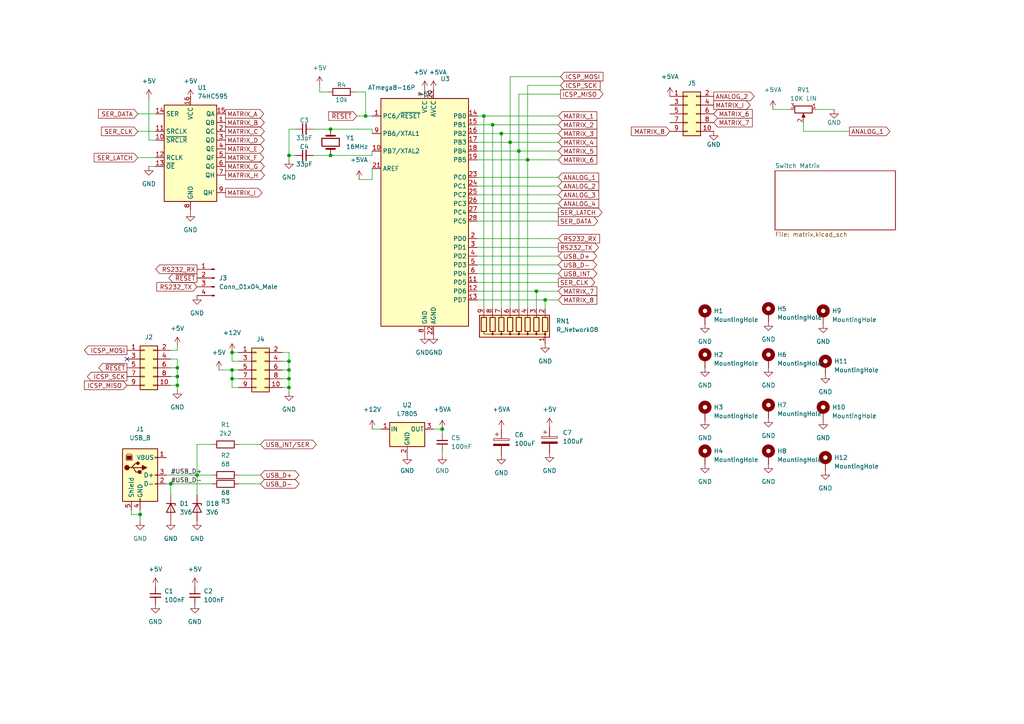
<source format=kicad_sch>
(kicad_sch (version 20211123) (generator eeschema)
  (paper "A4")
  (lib_symbols
    (symbol "74xx:74HC595"
      (property "Reference" "U" (at -7.62 13.97 0))
      (property "Value" "74HC595" (at -7.62 -16.51 0))
      (symbol "74HC595_1_0"
        (pin tri_state line (at 10.16 7.62 180) (length 2.54) (name "QB") (number "1"))
        (pin input line (at -10.16 2.54 0) (length 2.54) (name "~{SRCLR}") (number "10"))
        (pin input line (at -10.16 5.08 0) (length 2.54) (name "SRCLK") (number "11"))
        (pin input line (at -10.16 -2.54 0) (length 2.54) (name "RCLK") (number "12"))
        (pin input line (at -10.16 -5.08 0) (length 2.54) (name "~{OE}") (number "13"))
        (pin input line (at -10.16 10.16 0) (length 2.54) (name "SER") (number "14"))
        (pin tri_state line (at 10.16 10.16 180) (length 2.54) (name "QA") (number "15"))
        (pin power_in line (at 0 15.24 270) (length 2.54) (name "VCC") (number "16"))
        (pin tri_state line (at 10.16 5.08 180) (length 2.54) (name "QC") (number "2"))
        (pin tri_state line (at 10.16 2.54 180) (length 2.54) (name "QD") (number "3"))
        (pin tri_state line (at 10.16 0 180) (length 2.54) (name "QE") (number "4"))
        (pin tri_state line (at 10.16 -2.54 180) (length 2.54) (name "QF") (number "5"))
        (pin tri_state line (at 10.16 -5.08 180) (length 2.54) (name "QG") (number "6"))
        (pin tri_state line (at 10.16 -7.62 180) (length 2.54) (name "QH") (number "7"))
        (pin power_in line (at 0 -17.78 90) (length 2.54) (name "GND") (number "8"))
        (pin output line (at 10.16 -12.7 180) (length 2.54) (name "QH'") (number "9"))
      )
      (symbol "74HC595_1_1"
        (rectangle (start -7.62 12.7) (end 7.62 -15.24) (stroke (width 0.254)) (fill (type background)))
      )
    )
    (symbol "Connector:Conn_01x04_Male" (pin_names (offset 1.016) hide)
      (property "Reference" "J" (at 0 5.08 0))
      (property "Value" "Conn_01x04_Male" (at 0 -7.62 0))
      (symbol "Conn_01x04_Male_1_1"
        (polyline (pts (xy 1.27 -5.08) (xy 0.8636 -5.08)) (stroke (width 0.1524)))
        (polyline (pts (xy 1.27 -2.54) (xy 0.8636 -2.54)) (stroke (width 0.1524)))
        (polyline (pts (xy 1.27 0) (xy 0.8636 0)) (stroke (width 0.1524)))
        (polyline (pts (xy 1.27 2.54) (xy 0.8636 2.54)) (stroke (width 0.1524)))
        (rectangle (start 0.8636 -4.953) (end 0 -5.207) (stroke (width 0.1524)) (fill (type outline)))
        (rectangle (start 0.8636 -2.413) (end 0 -2.667) (stroke (width 0.1524)) (fill (type outline)))
        (rectangle (start 0.8636 0.127) (end 0 -0.127) (stroke (width 0.1524)) (fill (type outline)))
        (rectangle (start 0.8636 2.667) (end 0 2.413) (stroke (width 0.1524)) (fill (type outline)))
        (pin passive line (at 5.08 2.54 180) (length 3.81) (name "Pin_1") (number "1"))
        (pin passive line (at 5.08 0 180) (length 3.81) (name "Pin_2") (number "2"))
        (pin passive line (at 5.08 -2.54 180) (length 3.81) (name "Pin_3") (number "3"))
        (pin passive line (at 5.08 -5.08 180) (length 3.81) (name "Pin_4") (number "4"))
      )
    )
    (symbol "Connector:USB_B" (pin_names (offset 1.016))
      (property "Reference" "J" (at -5.08 11.43 0))
      (property "Value" "USB_B" (at -5.08 8.89 0))
      (symbol "USB_B_0_1"
        (rectangle (start -5.08 -7.62) (end 5.08 7.62) (stroke (width 0.254)) (fill (type background)))
        (circle (center -3.81 2.159) (radius 0.635) (stroke (width 0.254)) (fill (type outline)))
        (rectangle (start -3.81 5.588) (end -2.54 4.572) (fill (type outline)))
        (circle (center -0.635 3.429) (radius 0.381) (stroke (width 0.254)) (fill (type outline)))
        (rectangle (start -0.127 -7.62) (end 0.127 -6.858))
        (polyline (pts (xy -1.905 2.159) (xy 0.635 2.159)) (stroke (width 0.254)))
        (polyline (pts (xy -3.175 2.159) (xy -2.54 2.159) (xy -1.27 3.429) (xy -0.635 3.429)) (stroke (width 0.254)))
        (polyline (pts (xy -2.54 2.159) (xy -1.905 2.159) (xy -1.27 0.889) (xy 0 0.889)) (stroke (width 0.254)))
        (polyline (pts (xy 0.635 2.794) (xy 0.635 1.524) (xy 1.905 2.159) (xy 0.635 2.794)) (stroke (width 0.254)) (fill (type outline)))
        (polyline (pts (xy -4.064 4.318) (xy -2.286 4.318) (xy -2.286 5.715) (xy -2.667 6.096) (xy -3.683 6.096) (xy -4.064 5.715) (xy -4.064 4.318)))
        (rectangle (start 0.254 1.27) (end -0.508 0.508) (stroke (width 0.254)) (fill (type outline)))
        (rectangle (start 5.08 -2.667) (end 4.318 -2.413))
        (rectangle (start 5.08 -0.127) (end 4.318 0.127))
        (rectangle (start 5.08 4.953) (end 4.318 5.207))
      )
      (symbol "USB_B_1_1"
        (pin power_out line (at 7.62 5.08 180) (length 2.54) (name "VBUS") (number "1"))
        (pin bidirectional line (at 7.62 -2.54 180) (length 2.54) (name "D-") (number "2"))
        (pin bidirectional line (at 7.62 0 180) (length 2.54) (name "D+") (number "3"))
        (pin power_out line (at 0 -10.16 90) (length 2.54) (name "GND") (number "4"))
        (pin passive line (at -2.54 -10.16 90) (length 2.54) (name "Shield") (number "5"))
      )
    )
    (symbol "Connector_Generic:Conn_02x05_Odd_Even" (pin_names (offset 1.016) hide)
      (property "Reference" "J" (at 1.27 7.62 0))
      (property "Value" "Conn_02x05_Odd_Even" (at 1.27 -7.62 0))
      (symbol "Conn_02x05_Odd_Even_1_1"
        (rectangle (start -1.27 -4.953) (end 0 -5.207) (stroke (width 0.1524)))
        (rectangle (start -1.27 -2.413) (end 0 -2.667) (stroke (width 0.1524)))
        (rectangle (start -1.27 0.127) (end 0 -0.127) (stroke (width 0.1524)))
        (rectangle (start -1.27 2.667) (end 0 2.413) (stroke (width 0.1524)))
        (rectangle (start -1.27 5.207) (end 0 4.953) (stroke (width 0.1524)))
        (rectangle (start -1.27 6.35) (end 3.81 -6.35) (stroke (width 0.254)) (fill (type background)))
        (rectangle (start 3.81 -4.953) (end 2.54 -5.207) (stroke (width 0.1524)))
        (rectangle (start 3.81 -2.413) (end 2.54 -2.667) (stroke (width 0.1524)))
        (rectangle (start 3.81 0.127) (end 2.54 -0.127) (stroke (width 0.1524)))
        (rectangle (start 3.81 2.667) (end 2.54 2.413) (stroke (width 0.1524)))
        (rectangle (start 3.81 5.207) (end 2.54 4.953) (stroke (width 0.1524)))
        (pin passive line (at -5.08 5.08 0) (length 3.81) (name "Pin_1") (number "1"))
        (pin passive line (at 7.62 -5.08 180) (length 3.81) (name "Pin_10") (number "10"))
        (pin passive line (at 7.62 5.08 180) (length 3.81) (name "Pin_2") (number "2"))
        (pin passive line (at -5.08 2.54 0) (length 3.81) (name "Pin_3") (number "3"))
        (pin passive line (at 7.62 2.54 180) (length 3.81) (name "Pin_4") (number "4"))
        (pin passive line (at -5.08 0 0) (length 3.81) (name "Pin_5") (number "5"))
        (pin passive line (at 7.62 0 180) (length 3.81) (name "Pin_6") (number "6"))
        (pin passive line (at -5.08 -2.54 0) (length 3.81) (name "Pin_7") (number "7"))
        (pin passive line (at 7.62 -2.54 180) (length 3.81) (name "Pin_8") (number "8"))
        (pin passive line (at -5.08 -5.08 0) (length 3.81) (name "Pin_9") (number "9"))
      )
    )
    (symbol "Device:C_Polarized" (pin_numbers hide) (pin_names (offset 0.254))
      (property "Reference" "C" (at 0.635 2.54 0))
      (property "Value" "C_Polarized" (at 0.635 -2.54 0))
      (symbol "C_Polarized_0_1"
        (rectangle (start -2.286 0.508) (end 2.286 1.016))
        (polyline (pts (xy -1.778 2.286) (xy -0.762 2.286)))
        (polyline (pts (xy -1.27 2.794) (xy -1.27 1.778)))
        (rectangle (start 2.286 -0.508) (end -2.286 -1.016) (fill (type outline)))
      )
      (symbol "C_Polarized_1_1"
        (pin passive line (at 0 3.81 270) (length 2.794) (name "~") (number "1"))
        (pin passive line (at 0 -3.81 90) (length 2.794) (name "~") (number "2"))
      )
    )
    (symbol "Device:C_Small" (pin_numbers hide) (pin_names (offset 0.254) hide)
      (property "Reference" "C" (at 0.254 1.778 0))
      (property "Value" "C_Small" (at 0.254 -2.032 0))
      (symbol "C_Small_0_1"
        (polyline (pts (xy -1.524 -0.508) (xy 1.524 -0.508)) (stroke (width 0.3302)))
        (polyline (pts (xy -1.524 0.508) (xy 1.524 0.508)) (stroke (width 0.3048)))
      )
      (symbol "C_Small_1_1"
        (pin passive line (at 0 2.54 270) (length 2.032) (name "~") (number "1"))
        (pin passive line (at 0 -2.54 90) (length 2.032) (name "~") (number "2"))
      )
    )
    (symbol "Device:Crystal" (pin_numbers hide) (pin_names (offset 1.016) hide)
      (property "Reference" "Y" (at 0 3.81 0))
      (property "Value" "Crystal" (at 0 -3.81 0))
      (symbol "Crystal_0_1"
        (rectangle (start -1.143 2.54) (end 1.143 -2.54) (stroke (width 0.3048)))
        (polyline (pts (xy -2.54 0) (xy -1.905 0)))
        (polyline (pts (xy -1.905 -1.27) (xy -1.905 1.27)) (stroke (width 0.508)))
        (polyline (pts (xy 1.905 -1.27) (xy 1.905 1.27)) (stroke (width 0.508)))
        (polyline (pts (xy 2.54 0) (xy 1.905 0)))
      )
      (symbol "Crystal_1_1"
        (pin passive line (at -3.81 0 0) (length 1.27) (name "1") (number "1"))
        (pin passive line (at 3.81 0 180) (length 1.27) (name "2") (number "2"))
      )
    )
    (symbol "Device:D_Zener" (pin_numbers hide) (pin_names (offset 1.016) hide)
      (property "Reference" "D" (at 0 2.54 0))
      (property "Value" "D_Zener" (at 0 -2.54 0))
      (symbol "D_Zener_0_1"
        (polyline (pts (xy 1.27 0) (xy -1.27 0)))
        (polyline (pts (xy -1.27 -1.27) (xy -1.27 1.27) (xy -0.762 1.27)) (stroke (width 0.254)))
        (polyline (pts (xy 1.27 -1.27) (xy 1.27 1.27) (xy -1.27 0) (xy 1.27 -1.27)) (stroke (width 0.254)))
      )
      (symbol "D_Zener_1_1"
        (pin passive line (at -3.81 0 0) (length 2.54) (name "K") (number "1"))
        (pin passive line (at 3.81 0 180) (length 2.54) (name "A") (number "2"))
      )
    )
    (symbol "Device:R" (pin_numbers hide) (pin_names (offset 0))
      (property "Reference" "R" (at 2.032 0 90))
      (property "Value" "R" (at 0 0 90))
      (symbol "R_0_1"
        (rectangle (start -1.016 -2.54) (end 1.016 2.54) (stroke (width 0.254)))
      )
      (symbol "R_1_1"
        (pin passive line (at 0 3.81 270) (length 1.27) (name "~") (number "1"))
        (pin passive line (at 0 -3.81 90) (length 1.27) (name "~") (number "2"))
      )
    )
    (symbol "Device:R_Network08" (pin_names (offset 0) hide)
      (property "Reference" "RN" (at -12.7 0 90))
      (property "Value" "R_Network08" (at 10.16 0 90))
      (symbol "R_Network08_0_1"
        (rectangle (start -11.43 -3.175) (end 8.89 3.175) (stroke (width 0.254)) (fill (type background)))
        (rectangle (start -10.922 1.524) (end -9.398 -2.54) (stroke (width 0.254)))
        (circle (center -10.16 2.286) (radius 0.254) (fill (type outline)))
        (rectangle (start -8.382 1.524) (end -6.858 -2.54) (stroke (width 0.254)))
        (circle (center -7.62 2.286) (radius 0.254) (fill (type outline)))
        (rectangle (start -5.842 1.524) (end -4.318 -2.54) (stroke (width 0.254)))
        (circle (center -5.08 2.286) (radius 0.254) (fill (type outline)))
        (rectangle (start -3.302 1.524) (end -1.778 -2.54) (stroke (width 0.254)))
        (circle (center -2.54 2.286) (radius 0.254) (fill (type outline)))
        (rectangle (start -0.762 1.524) (end 0.762 -2.54) (stroke (width 0.254)))
        (polyline (pts (xy -10.16 -2.54) (xy -10.16 -3.81)))
        (polyline (pts (xy -7.62 -2.54) (xy -7.62 -3.81)))
        (polyline (pts (xy -5.08 -2.54) (xy -5.08 -3.81)))
        (polyline (pts (xy -2.54 -2.54) (xy -2.54 -3.81)))
        (polyline (pts (xy 0 -2.54) (xy 0 -3.81)))
        (polyline (pts (xy 2.54 -2.54) (xy 2.54 -3.81)))
        (polyline (pts (xy 5.08 -2.54) (xy 5.08 -3.81)))
        (polyline (pts (xy 7.62 -2.54) (xy 7.62 -3.81)))
        (polyline (pts (xy -10.16 1.524) (xy -10.16 2.286) (xy -7.62 2.286) (xy -7.62 1.524)))
        (polyline (pts (xy -7.62 1.524) (xy -7.62 2.286) (xy -5.08 2.286) (xy -5.08 1.524)))
        (polyline (pts (xy -5.08 1.524) (xy -5.08 2.286) (xy -2.54 2.286) (xy -2.54 1.524)))
        (polyline (pts (xy -2.54 1.524) (xy -2.54 2.286) (xy 0 2.286) (xy 0 1.524)))
        (polyline (pts (xy 0 1.524) (xy 0 2.286) (xy 2.54 2.286) (xy 2.54 1.524)))
        (polyline (pts (xy 2.54 1.524) (xy 2.54 2.286) (xy 5.08 2.286) (xy 5.08 1.524)))
        (polyline (pts (xy 5.08 1.524) (xy 5.08 2.286) (xy 7.62 2.286) (xy 7.62 1.524)))
        (circle (center 0 2.286) (radius 0.254) (fill (type outline)))
        (rectangle (start 1.778 1.524) (end 3.302 -2.54) (stroke (width 0.254)))
        (circle (center 2.54 2.286) (radius 0.254) (fill (type outline)))
        (rectangle (start 4.318 1.524) (end 5.842 -2.54) (stroke (width 0.254)))
        (circle (center 5.08 2.286) (radius 0.254) (fill (type outline)))
        (rectangle (start 6.858 1.524) (end 8.382 -2.54) (stroke (width 0.254)))
      )
      (symbol "R_Network08_1_1"
        (pin passive line (at -10.16 5.08 270) (length 2.54) (name "common") (number "1"))
        (pin passive line (at -10.16 -5.08 90) (length 1.27) (name "R1") (number "2"))
        (pin passive line (at -7.62 -5.08 90) (length 1.27) (name "R2") (number "3"))
        (pin passive line (at -5.08 -5.08 90) (length 1.27) (name "R3") (number "4"))
        (pin passive line (at -2.54 -5.08 90) (length 1.27) (name "R4") (number "5"))
        (pin passive line (at 0 -5.08 90) (length 1.27) (name "R5") (number "6"))
        (pin passive line (at 2.54 -5.08 90) (length 1.27) (name "R6") (number "7"))
        (pin passive line (at 5.08 -5.08 90) (length 1.27) (name "R7") (number "8"))
        (pin passive line (at 7.62 -5.08 90) (length 1.27) (name "R8") (number "9"))
      )
    )
    (symbol "Device:R_Potentiometer" (pin_names (offset 1.016) hide)
      (property "Reference" "RV" (at -4.445 0 90))
      (property "Value" "R_Potentiometer" (at -2.54 0 90))
      (symbol "R_Potentiometer_0_1"
        (polyline (pts (xy 2.54 0) (xy 1.524 0)))
        (polyline (pts (xy 1.143 0) (xy 2.286 0.508) (xy 2.286 -0.508) (xy 1.143 0)) (fill (type outline)))
        (rectangle (start 1.016 2.54) (end -1.016 -2.54) (stroke (width 0.254)))
      )
      (symbol "R_Potentiometer_1_1"
        (pin passive line (at 0 3.81 270) (length 1.27) (name "1") (number "1"))
        (pin passive line (at 3.81 0 180) (length 1.27) (name "2") (number "2"))
        (pin passive line (at 0 -3.81 90) (length 1.27) (name "3") (number "3"))
      )
    )
    (symbol "MCU_Microchip_ATmega:ATmega8-16P"
      (property "Reference" "U" (at -12.7 34.29 0))
      (property "Value" "ATmega8-16P" (at 5.08 -34.29 0))
      (symbol "ATmega8-16P_0_1"
        (rectangle (start -12.7 -33.02) (end 12.7 33.02) (stroke (width 0.254)) (fill (type background)))
      )
      (symbol "ATmega8-16P_1_1"
        (pin bidirectional line (at -15.24 27.94 0) (length 2.54) (name "PC6/~{RESET}") (number "1"))
        (pin bidirectional line (at -15.24 17.78 0) (length 2.54) (name "PB7/XTAL2") (number "10"))
        (pin bidirectional line (at 15.24 -20.32 180) (length 2.54) (name "PD5") (number "11"))
        (pin bidirectional line (at 15.24 -22.86 180) (length 2.54) (name "PD6") (number "12"))
        (pin bidirectional line (at 15.24 -25.4 180) (length 2.54) (name "PD7") (number "13"))
        (pin bidirectional line (at 15.24 27.94 180) (length 2.54) (name "PB0") (number "14"))
        (pin bidirectional line (at 15.24 25.4 180) (length 2.54) (name "PB1") (number "15"))
        (pin bidirectional line (at 15.24 22.86 180) (length 2.54) (name "PB2") (number "16"))
        (pin bidirectional line (at 15.24 20.32 180) (length 2.54) (name "PB3") (number "17"))
        (pin bidirectional line (at 15.24 17.78 180) (length 2.54) (name "PB4") (number "18"))
        (pin bidirectional line (at 15.24 15.24 180) (length 2.54) (name "PB5") (number "19"))
        (pin bidirectional line (at 15.24 -7.62 180) (length 2.54) (name "PD0") (number "2"))
        (pin power_in line (at 2.54 35.56 270) (length 2.54) (name "AVCC") (number "20"))
        (pin passive line (at -15.24 12.7 0) (length 2.54) (name "AREF") (number "21"))
        (pin power_in line (at 2.54 -35.56 90) (length 2.54) (name "AGND") (number "22"))
        (pin bidirectional line (at 15.24 10.16 180) (length 2.54) (name "PC0") (number "23"))
        (pin bidirectional line (at 15.24 7.62 180) (length 2.54) (name "PC1") (number "24"))
        (pin bidirectional line (at 15.24 5.08 180) (length 2.54) (name "PC2") (number "25"))
        (pin bidirectional line (at 15.24 2.54 180) (length 2.54) (name "PC3") (number "26"))
        (pin bidirectional line (at 15.24 0 180) (length 2.54) (name "PC4") (number "27"))
        (pin bidirectional line (at 15.24 -2.54 180) (length 2.54) (name "PC5") (number "28"))
        (pin bidirectional line (at 15.24 -10.16 180) (length 2.54) (name "PD1") (number "3"))
        (pin bidirectional line (at 15.24 -12.7 180) (length 2.54) (name "PD2") (number "4"))
        (pin bidirectional line (at 15.24 -15.24 180) (length 2.54) (name "PD3") (number "5"))
        (pin bidirectional line (at 15.24 -17.78 180) (length 2.54) (name "PD4") (number "6"))
        (pin power_in line (at 0 35.56 270) (length 2.54) (name "VCC") (number "7"))
        (pin power_in line (at 0 -35.56 90) (length 2.54) (name "GND") (number "8"))
        (pin bidirectional line (at -15.24 22.86 0) (length 2.54) (name "PB6/XTAL1") (number "9"))
      )
    )
    (symbol "Mechanical:MountingHole_Pad" (pin_numbers hide) (pin_names (offset 1.016) hide)
      (property "Reference" "H" (at 0 6.35 0))
      (property "Value" "MountingHole_Pad" (at 0 4.445 0))
      (symbol "MountingHole_Pad_0_1"
        (circle (center 0 1.27) (radius 1.27) (stroke (width 1.27)))
      )
      (symbol "MountingHole_Pad_1_1"
        (pin input line (at 0 -2.54 90) (length 2.54) (name "1") (number "1"))
      )
    )
    (symbol "Regulator_Linear:L7805" (pin_names (offset 0.254))
      (property "Reference" "U" (at -3.81 3.175 0))
      (property "Value" "L7805" (at 0 3.175 0))
      (symbol "L7805_0_1"
        (rectangle (start -5.08 1.905) (end 5.08 -5.08) (stroke (width 0.254)) (fill (type background)))
      )
      (symbol "L7805_1_1"
        (pin power_in line (at -7.62 0 0) (length 2.54) (name "IN") (number "1"))
        (pin power_in line (at 0 -7.62 90) (length 2.54) (name "GND") (number "2"))
        (pin power_out line (at 7.62 0 180) (length 2.54) (name "OUT") (number "3"))
      )
    )
    (symbol "power:+12V" (power) (pin_names (offset 0))
      (property "Value" "+12V" (at 0 3.556 0))
      (symbol "+12V_0_1"
        (polyline (pts (xy -0.762 1.27) (xy 0 2.54)))
        (polyline (pts (xy 0 0) (xy 0 2.54)))
        (polyline (pts (xy 0 2.54) (xy 0.762 1.27)))
      )
      (symbol "+12V_1_1"
        (pin power_in line (at 0 0 90) (length 0) hide (name "+12V") (number "1"))
      )
    )
    (symbol "power:+5V" (power) (pin_names (offset 0))
      (property "Value" "+5V" (at 0 3.556 0))
      (symbol "+5V_0_1"
        (polyline (pts (xy -0.762 1.27) (xy 0 2.54)))
        (polyline (pts (xy 0 0) (xy 0 2.54)))
        (polyline (pts (xy 0 2.54) (xy 0.762 1.27)))
      )
      (symbol "+5V_1_1"
        (pin power_in line (at 0 0 90) (length 0) hide (name "+5V") (number "1"))
      )
    )
    (symbol "power:+5VA" (power) (pin_names (offset 0))
      (property "Value" "+5VA" (at 0 3.556 0))
      (symbol "+5VA_0_1"
        (polyline (pts (xy -0.762 1.27) (xy 0 2.54)))
        (polyline (pts (xy 0 0) (xy 0 2.54)))
        (polyline (pts (xy 0 2.54) (xy 0.762 1.27)))
      )
      (symbol "+5VA_1_1"
        (pin power_in line (at 0 0 90) (length 0) hide (name "+5VA") (number "1"))
      )
    )
    (symbol "power:GND" (power) (pin_names (offset 0))
      (property "Value" "GND" (at 0 -3.81 0))
      (symbol "GND_0_1"
        (polyline (pts (xy 0 0) (xy 0 -1.27) (xy 1.27 -1.27) (xy 0 -2.54) (xy -1.27 -1.27) (xy 0 -1.27)))
      )
      (symbol "GND_1_1"
        (pin power_in line (at 0 0 270) (length 0) hide (name "GND") (number "1"))
      )
    )
  )
  (junction (at 51.435 111.76))
  (junction (at 155.575 84.455))
  (junction (at 83.82 104.775))
  (junction (at 40.64 149.225))
  (junction (at 140.335 33.655))
  (junction (at 150.495 43.815))
  (junction (at 67.31 109.855))
  (junction (at 128.27 124.46))
  (junction (at 57.15 137.795))
  (junction (at 83.82 109.855))
  (junction (at 83.82 112.395))
  (junction (at 67.31 102.235))
  (junction (at 106.045 33.655))
  (junction (at 95.885 37.465))
  (junction (at 147.955 41.275))
  (junction (at 153.035 46.355))
  (junction (at 67.31 107.315))
  (junction (at 142.875 36.195))
  (junction (at 95.885 45.085))
  (junction (at 158.115 86.995))
  (junction (at 83.82 107.315))
  (junction (at 51.435 106.68))
  (junction (at 145.415 38.735))
  (junction (at 49.53 140.335))
  (junction (at 83.82 45.085))
  (junction (at 51.435 109.22))
  (no_connect (at 36.83 104.14))
  (wire (pts (xy 153.035 46.355) (xy 153.035 89.535)))
  (wire (pts (xy 43.18 40.64) (xy 45.085 40.64)))
  (wire (pts (xy 90.805 45.085) (xy 95.885 45.085)))
  (wire (pts (xy 107.95 45.085) (xy 107.95 43.815)))
  (wire (pts (xy 153.035 24.765) (xy 162.56 24.765)))
  (wire (pts (xy 161.925 53.975) (xy 138.43 53.975)))
  (wire (pts (xy 63.5 107.315) (xy 67.31 107.315)))
  (wire (pts (xy 49.53 140.335) (xy 49.53 143.51)))
  (wire (pts (xy 49.53 140.335) (xy 48.26 140.335)))
  (wire (pts (xy 40.005 33.02) (xy 45.085 33.02)))
  (wire (pts (xy 155.575 84.455) (xy 138.43 84.455)))
  (wire (pts (xy 224.155 31.75) (xy 229.235 31.75)))
  (wire (pts (xy 67.31 109.855) (xy 67.31 112.395)))
  (wire (pts (xy 107.95 37.465) (xy 107.95 38.735)))
  (wire (pts (xy 49.53 101.6) (xy 51.435 101.6)))
  (wire (pts (xy 83.82 37.465) (xy 85.725 37.465)))
  (wire (pts (xy 150.495 43.815) (xy 150.495 27.305)))
  (wire (pts (xy 103.505 33.655) (xy 106.045 33.655)))
  (wire (pts (xy 81.915 109.855) (xy 83.82 109.855)))
  (wire (pts (xy 49.53 106.68) (xy 51.435 106.68)))
  (wire (pts (xy 95.885 37.465) (xy 107.95 37.465)))
  (wire (pts (xy 67.31 104.775) (xy 69.215 104.775)))
  (wire (pts (xy 67.31 109.855) (xy 69.215 109.855)))
  (wire (pts (xy 150.495 27.305) (xy 162.56 27.305)))
  (wire (pts (xy 75.565 137.795) (xy 69.215 137.795)))
  (wire (pts (xy 128.27 125.73) (xy 128.27 124.46)))
  (wire (pts (xy 161.925 43.815) (xy 150.495 43.815)))
  (wire (pts (xy 246.38 38.1) (xy 233.045 38.1)))
  (wire (pts (xy 107.95 52.07) (xy 107.95 48.895)))
  (wire (pts (xy 57.15 128.905) (xy 61.595 128.905)))
  (wire (pts (xy 75.565 140.335) (xy 69.215 140.335)))
  (wire (pts (xy 51.435 109.22) (xy 51.435 111.76)))
  (wire (pts (xy 81.915 112.395) (xy 83.82 112.395)))
  (wire (pts (xy 145.415 38.735) (xy 138.43 38.735)))
  (wire (pts (xy 153.035 46.355) (xy 138.43 46.355)))
  (wire (pts (xy 40.64 149.225) (xy 40.64 147.955)))
  (wire (pts (xy 150.495 43.815) (xy 138.43 43.815)))
  (wire (pts (xy 233.045 38.1) (xy 233.045 35.56)))
  (wire (pts (xy 241.935 31.75) (xy 236.855 31.75)))
  (wire (pts (xy 83.82 45.085) (xy 85.725 45.085)))
  (wire (pts (xy 51.435 101.6) (xy 51.435 100.33)))
  (wire (pts (xy 69.215 102.235) (xy 67.31 102.235)))
  (wire (pts (xy 61.595 137.795) (xy 57.15 137.795)))
  (wire (pts (xy 161.925 51.435) (xy 138.43 51.435)))
  (wire (pts (xy 67.31 107.315) (xy 67.31 109.855)))
  (wire (pts (xy 83.82 104.775) (xy 83.82 107.315)))
  (wire (pts (xy 83.82 102.235) (xy 83.82 104.775)))
  (wire (pts (xy 95.885 45.085) (xy 107.95 45.085)))
  (wire (pts (xy 142.875 36.195) (xy 138.43 36.195)))
  (wire (pts (xy 40.64 149.225) (xy 38.1 149.225)))
  (wire (pts (xy 107.95 124.46) (xy 110.49 124.46)))
  (wire (pts (xy 128.27 124.46) (xy 125.73 124.46)))
  (wire (pts (xy 145.415 38.735) (xy 145.415 89.535)))
  (wire (pts (xy 40.005 38.1) (xy 45.085 38.1)))
  (wire (pts (xy 138.43 56.515) (xy 161.925 56.515)))
  (wire (pts (xy 83.82 46.355) (xy 83.82 45.085)))
  (wire (pts (xy 155.575 84.455) (xy 155.575 89.535)))
  (wire (pts (xy 81.915 102.235) (xy 83.82 102.235)))
  (wire (pts (xy 49.53 111.76) (xy 51.435 111.76)))
  (wire (pts (xy 142.875 36.195) (xy 142.875 89.535)))
  (wire (pts (xy 161.925 86.995) (xy 158.115 86.995)))
  (wire (pts (xy 104.14 52.07) (xy 107.95 52.07)))
  (wire (pts (xy 83.82 112.395) (xy 83.82 113.665)))
  (wire (pts (xy 161.925 81.915) (xy 138.43 81.915)))
  (wire (pts (xy 106.045 33.655) (xy 107.95 33.655)))
  (wire (pts (xy 57.15 137.795) (xy 48.26 137.795)))
  (wire (pts (xy 95.25 26.67) (xy 92.71 26.67)))
  (wire (pts (xy 51.435 106.68) (xy 51.435 109.22)))
  (wire (pts (xy 161.925 36.195) (xy 142.875 36.195)))
  (wire (pts (xy 92.71 24.765) (xy 92.71 26.67)))
  (wire (pts (xy 147.955 41.275) (xy 138.43 41.275)))
  (wire (pts (xy 57.15 137.795) (xy 57.15 143.51)))
  (wire (pts (xy 138.43 76.835) (xy 161.925 76.835)))
  (wire (pts (xy 147.955 41.275) (xy 147.955 89.535)))
  (wire (pts (xy 138.43 69.215) (xy 161.925 69.215)))
  (wire (pts (xy 128.27 132.08) (xy 128.27 130.81)))
  (wire (pts (xy 102.87 26.67) (xy 106.045 26.67)))
  (wire (pts (xy 161.925 64.135) (xy 138.43 64.135)))
  (wire (pts (xy 161.925 46.355) (xy 153.035 46.355)))
  (wire (pts (xy 153.035 46.355) (xy 153.035 24.765)))
  (wire (pts (xy 161.925 71.755) (xy 138.43 71.755)))
  (wire (pts (xy 55.245 60.96) (xy 55.245 61.595)))
  (wire (pts (xy 140.335 33.655) (xy 138.43 33.655)))
  (wire (pts (xy 67.31 107.315) (xy 69.215 107.315)))
  (wire (pts (xy 147.955 22.225) (xy 162.56 22.225)))
  (wire (pts (xy 106.045 26.67) (xy 106.045 33.655)))
  (wire (pts (xy 49.53 109.22) (xy 51.435 109.22)))
  (wire (pts (xy 161.925 38.735) (xy 145.415 38.735)))
  (wire (pts (xy 49.53 104.14) (xy 51.435 104.14)))
  (wire (pts (xy 158.115 86.995) (xy 138.43 86.995)))
  (wire (pts (xy 57.15 137.795) (xy 57.15 128.905)))
  (wire (pts (xy 150.495 43.815) (xy 150.495 89.535)))
  (wire (pts (xy 40.64 151.13) (xy 40.64 149.225)))
  (wire (pts (xy 147.955 41.275) (xy 147.955 22.225)))
  (wire (pts (xy 83.82 45.085) (xy 83.82 37.465)))
  (wire (pts (xy 161.925 84.455) (xy 155.575 84.455)))
  (wire (pts (xy 51.435 104.14) (xy 51.435 106.68)))
  (wire (pts (xy 81.915 104.775) (xy 83.82 104.775)))
  (wire (pts (xy 161.925 41.275) (xy 147.955 41.275)))
  (wire (pts (xy 38.1 149.225) (xy 38.1 147.955)))
  (wire (pts (xy 51.435 111.76) (xy 51.435 113.03)))
  (wire (pts (xy 67.31 102.235) (xy 67.31 104.775)))
  (wire (pts (xy 43.18 28.575) (xy 43.18 40.64)))
  (wire (pts (xy 55.245 27.94) (xy 55.245 28.575)))
  (wire (pts (xy 140.335 33.655) (xy 140.335 89.535)))
  (wire (pts (xy 40.005 45.72) (xy 45.085 45.72)))
  (wire (pts (xy 161.925 61.595) (xy 138.43 61.595)))
  (wire (pts (xy 161.925 33.655) (xy 140.335 33.655)))
  (wire (pts (xy 61.595 140.335) (xy 49.53 140.335)))
  (wire (pts (xy 83.82 109.855) (xy 83.82 112.395)))
  (wire (pts (xy 69.215 128.905) (xy 75.565 128.905)))
  (wire (pts (xy 83.82 107.315) (xy 83.82 109.855)))
  (wire (pts (xy 158.115 86.995) (xy 158.115 89.535)))
  (wire (pts (xy 81.915 107.315) (xy 83.82 107.315)))
  (wire (pts (xy 43.18 48.26) (xy 45.085 48.26)))
  (wire (pts (xy 138.43 79.375) (xy 161.925 79.375)))
  (wire (pts (xy 138.43 74.295) (xy 161.925 74.295)))
  (wire (pts (xy 90.805 37.465) (xy 95.885 37.465)))
  (wire (pts (xy 67.31 112.395) (xy 69.215 112.395)))
  (wire (pts (xy 161.925 59.055) (xy 138.43 59.055)))
  (label "#USB_D-" (at 49.53 140.335 0))
  (label "#USB_D+" (at 49.53 137.795 0))
  (global_label "ICSP_MOSI" (shape input) (at 162.56 22.225 0) (property "Intersheet References" "${INTERSHEET_REFS}" (effects hide)))
  (global_label "RS232_TX" (shape output) (at 161.925 71.755 0) (property "Intersheet References" "${INTERSHEET_REFS}" (effects hide)))
  (global_label "RS232_RX" (shape input) (at 161.925 69.215 0) (property "Intersheet References" "${INTERSHEET_REFS}" (effects hide)))
  (global_label "USB_D+" (shape bidirectional) (at 75.565 137.795 0) (property "Intersheet References" "${INTERSHEET_REFS}" (effects hide)))
  (global_label "SER_CLK" (shape output) (at 161.925 81.915 0) (property "Intersheet References" "${INTERSHEET_REFS}" (effects hide)))
  (global_label "MATRIX_I" (shape output) (at 65.405 55.88 0) (property "Intersheet References" "${INTERSHEET_REFS}" (effects hide)))
  (global_label "SER_DATA" (shape output) (at 161.925 64.135 0) (property "Intersheet References" "${INTERSHEET_REFS}" (effects hide)))
  (global_label "USB_D-" (shape bidirectional) (at 75.565 140.335 0) (property "Intersheet References" "${INTERSHEET_REFS}" (effects hide)))
  (global_label "ANALOG_2" (shape output) (at 207.01 27.94 0) (property "Intersheet References" "${INTERSHEET_REFS}" (effects hide)))
  (global_label "MATRIX_G" (shape output) (at 65.405 48.26 0) (property "Intersheet References" "${INTERSHEET_REFS}" (effects hide)))
  (global_label "MATRIX_1" (shape input) (at 161.925 33.655 0) (property "Intersheet References" "${INTERSHEET_REFS}" (effects hide)))
  (global_label "MATRIX_I" (shape output) (at 207.01 30.48 0) (property "Intersheet References" "${INTERSHEET_REFS}" (effects hide)))
  (global_label "MATRIX_5" (shape input) (at 161.925 43.815 0) (property "Intersheet References" "${INTERSHEET_REFS}" (effects hide)))
  (global_label "MATRIX_H" (shape output) (at 65.405 50.8 0) (property "Intersheet References" "${INTERSHEET_REFS}" (effects hide)))
  (global_label "MATRIX_6" (shape input) (at 207.01 33.02 0) (property "Intersheet References" "${INTERSHEET_REFS}" (effects hide)))
  (global_label "ICSP_MOSI" (shape output) (at 36.83 101.6 180) (property "Intersheet References" "${INTERSHEET_REFS}" (effects hide)))
  (global_label "ANALOG_1" (shape input) (at 161.925 51.435 0) (property "Intersheet References" "${INTERSHEET_REFS}" (effects hide)))
  (global_label "MATRIX_6" (shape input) (at 161.925 46.355 0) (property "Intersheet References" "${INTERSHEET_REFS}" (effects hide)))
  (global_label "MATRIX_4" (shape input) (at 161.925 41.275 0) (property "Intersheet References" "${INTERSHEET_REFS}" (effects hide)))
  (global_label "MATRIX_7" (shape input) (at 161.925 84.455 0) (property "Intersheet References" "${INTERSHEET_REFS}" (effects hide)))
  (global_label "RS232_TX" (shape input) (at 57.15 83.185 180) (property "Intersheet References" "${INTERSHEET_REFS}" (effects hide)))
  (global_label "MATRIX_E" (shape output) (at 65.405 43.18 0) (property "Intersheet References" "${INTERSHEET_REFS}" (effects hide)))
  (global_label "USB_INT" (shape bidirectional) (at 161.925 79.375 0) (property "Intersheet References" "${INTERSHEET_REFS}" (effects hide)))
  (global_label "~{RESET}" (shape input) (at 103.505 33.655 180) (property "Intersheet References" "${INTERSHEET_REFS}" (effects hide)))
  (global_label "MATRIX_B" (shape output) (at 65.405 35.56 0) (property "Intersheet References" "${INTERSHEET_REFS}" (effects hide)))
  (global_label "SER_DATA" (shape input) (at 40.005 33.02 180) (property "Intersheet References" "${INTERSHEET_REFS}" (effects hide)))
  (global_label "~{RESET}" (shape output) (at 57.15 80.645 180) (property "Intersheet References" "${INTERSHEET_REFS}" (effects hide)))
  (global_label "USB_D+" (shape bidirectional) (at 161.925 74.295 0) (property "Intersheet References" "${INTERSHEET_REFS}" (effects hide)))
  (global_label "ICSP_MISO" (shape output) (at 162.56 27.305 0) (property "Intersheet References" "${INTERSHEET_REFS}" (effects hide)))
  (global_label "~{RESET}" (shape output) (at 36.83 106.68 180) (property "Intersheet References" "${INTERSHEET_REFS}" (effects hide)))
  (global_label "MATRIX_D" (shape output) (at 65.405 40.64 0) (property "Intersheet References" "${INTERSHEET_REFS}" (effects hide)))
  (global_label "MATRIX_8" (shape input) (at 161.925 86.995 0) (property "Intersheet References" "${INTERSHEET_REFS}" (effects hide)))
  (global_label "MATRIX_2" (shape input) (at 161.925 36.195 0) (property "Intersheet References" "${INTERSHEET_REFS}" (effects hide)))
  (global_label "MATRIX_7" (shape input) (at 207.01 35.56 0) (property "Intersheet References" "${INTERSHEET_REFS}" (effects hide)))
  (global_label "SER_LATCH" (shape output) (at 161.925 61.595 0) (property "Intersheet References" "${INTERSHEET_REFS}" (effects hide)))
  (global_label "ICSP_MISO" (shape input) (at 36.83 111.76 180) (property "Intersheet References" "${INTERSHEET_REFS}" (effects hide)))
  (global_label "ANALOG_3" (shape input) (at 161.925 56.515 0) (property "Intersheet References" "${INTERSHEET_REFS}" (effects hide)))
  (global_label "ANALOG_2" (shape input) (at 161.925 53.975 0) (property "Intersheet References" "${INTERSHEET_REFS}" (effects hide)))
  (global_label "MATRIX_3" (shape input) (at 161.925 38.735 0) (property "Intersheet References" "${INTERSHEET_REFS}" (effects hide)))
  (global_label "SER_CLK" (shape input) (at 40.005 38.1 180) (property "Intersheet References" "${INTERSHEET_REFS}" (effects hide)))
  (global_label "SER_LATCH" (shape input) (at 40.005 45.72 180) (property "Intersheet References" "${INTERSHEET_REFS}" (effects hide)))
  (global_label "MATRIX_A" (shape output) (at 65.405 33.02 0) (property "Intersheet References" "${INTERSHEET_REFS}" (effects hide)))
  (global_label "USB_INT{slash}SER" (shape bidirectional) (at 75.565 128.905 0) (property "Intersheet References" "${INTERSHEET_REFS}" (effects hide)))
  (global_label "ICSP_SCK" (shape input) (at 162.56 24.765 0) (property "Intersheet References" "${INTERSHEET_REFS}" (effects hide)))
  (global_label "ANALOG_4" (shape input) (at 161.925 59.055 0) (property "Intersheet References" "${INTERSHEET_REFS}" (effects hide)))
  (global_label "MATRIX_8" (shape input) (at 194.31 38.1 180) (property "Intersheet References" "${INTERSHEET_REFS}" (effects hide)))
  (global_label "ICSP_SCK" (shape output) (at 36.83 109.22 180) (property "Intersheet References" "${INTERSHEET_REFS}" (effects hide)))
  (global_label "USB_D-" (shape bidirectional) (at 161.925 76.835 0) (property "Intersheet References" "${INTERSHEET_REFS}" (effects hide)))
  (global_label "MATRIX_F" (shape output) (at 65.405 45.72 0) (property "Intersheet References" "${INTERSHEET_REFS}" (effects hide)))
  (global_label "ANALOG_1" (shape output) (at 246.38 38.1 0) (property "Intersheet References" "${INTERSHEET_REFS}" (effects hide)))
  (global_label "MATRIX_C" (shape output) (at 65.405 38.1 0) (property "Intersheet References" "${INTERSHEET_REFS}" (effects hide)))
  (global_label "RS232_RX" (shape output) (at 57.15 78.105 180) (property "Intersheet References" "${INTERSHEET_REFS}" (effects hide)))
  (symbol (lib_id "power:+5V") (at 51.435 100.33 0) (mirror y) (unit 1)
    (property "Reference" "#PWR07" (effects hide))
    (property "Value" "+5V" (at 51.435 95.25 0))
  )
  (symbol (lib_id "power:GND") (at 118.11 132.08 0) (unit 1)
    (property "Reference" "#PWR022" (effects hide))
    (property "Value" "GND" (at 118.11 136.525 0))
  )
  (symbol (lib_id "power:GND") (at 55.245 61.595 0) (mirror y) (unit 1)
    (property "Reference" "#PWR010" (effects hide))
    (property "Value" "GND" (at 55.245 66.675 0))
  )
  (symbol (lib_id "Device:C_Polarized") (at 145.415 128.27 0) (unit 1)
    (property "Reference" "C6" (at 149.225 126.1109 0) (effects (justify left)))
    (property "Value" "100uF" (at 149.225 128.6509 0) (effects (justify left)))
    (property "Footprint" "Capacitor_THT:CP_Radial_D8.0mm_P2.50mm" (effects hide))
  )
  (symbol (lib_id "power:+5V") (at 45.085 170.18 0) (unit 1)
    (property "Reference" "#PWR04" (effects hide))
    (property "Value" "+5V" (at 45.085 165.1 0))
  )
  (symbol (lib_id "power:+5VA") (at 104.14 52.07 0) (unit 1)
    (property "Reference" "#PWR020" (effects hide))
    (property "Value" "+5VA" (at 104.14 46.355 0))
  )
  (symbol (lib_id "power:GND") (at 238.76 121.92 0) (mirror y) (unit 1)
    (property "Reference" "#PWR045" (effects hide))
    (property "Value" "GND" (at 238.76 127 0))
  )
  (symbol (lib_id "Connector:Conn_01x04_Male") (at 62.23 80.645 0) (mirror y) (unit 1)
    (property "Reference" "J3" (at 63.5 80.6449 0) (effects (justify right)))
    (property "Value" "Conn_01x04_Male" (at 63.5 83.1849 0) (effects (justify right)))
    (property "Footprint" "Connector_JST:JST_EH_B4B-EH-A_1x04_P2.50mm_Vertical" (effects hide))
  )
  (symbol (lib_id "Mechanical:MountingHole_Pad") (at 222.885 104.14 0) (unit 1)
    (property "Reference" "H6" (at 225.425 102.8699 0) (effects (justify left)))
    (property "Value" "MountingHole" (at 225.425 105.4099 0) (effects (justify left)))
    (property "Footprint" "MountingHole:MountingHole_3.2mm_M3_DIN965_Pad" (effects hide))
  )
  (symbol (lib_id "power:GND") (at 56.515 175.26 0) (unit 1)
    (property "Reference" "#PWR012" (effects hide))
    (property "Value" "GND" (at 56.515 180.34 0))
  )
  (symbol (lib_id "power:GND") (at 222.885 121.285 0) (mirror y) (unit 1)
    (property "Reference" "#PWR041" (effects hide))
    (property "Value" "GND" (at 222.885 126.365 0))
  )
  (symbol (lib_id "Mechanical:MountingHole_Pad") (at 204.47 104.14 0) (unit 1)
    (property "Reference" "H2" (at 207.01 102.8699 0) (effects (justify left)))
    (property "Value" "MountingHole" (at 207.01 105.4099 0) (effects (justify left)))
    (property "Footprint" "MountingHole:MountingHole_3.2mm_M3_DIN965_Pad" (effects hide))
  )
  (symbol (lib_id "power:+5V") (at 123.19 32.385 0) (mirror y) (unit 1)
    (property "Reference" "#PWR024" (effects hide))
    (property "Value" "+5V" (at 123.19 27.305 0))
  )
  (symbol (lib_id "power:GND") (at 241.935 31.75 0) (unit 1)
    (property "Reference" "#PWR048" (effects hide))
    (property "Value" "GND" (at 241.935 35.56 0))
  )
  (symbol (lib_id "Mechanical:MountingHole_Pad") (at 239.395 133.985 0) (unit 1)
    (property "Reference" "H12" (at 241.935 132.7149 0) (effects (justify left)))
    (property "Value" "MountingHole" (at 241.935 135.2549 0) (effects (justify left)))
    (property "Footprint" "MountingHole:MountingHole_3.2mm_M3_DIN965_Pad" (effects hide))
  )
  (symbol (lib_id "power:GND") (at 222.885 106.68 0) (mirror y) (unit 1)
    (property "Reference" "#PWR040" (effects hide))
    (property "Value" "GND" (at 222.885 111.76 0))
  )
  (symbol (lib_id "power:+5VA") (at 224.155 31.75 0) (unit 1)
    (property "Reference" "#PWR0102" (effects hide))
    (property "Value" "+5VA" (at 224.155 26.035 0))
  )
  (symbol (lib_id "MCU_Microchip_ATmega:ATmega8-16P") (at 123.19 61.595 0) (unit 1)
    (property "Reference" "U3" (at 127.7494 22.86 0) (effects (justify left)))
    (property "Value" "ATmega8-16P" (at 106.68 25.4 0) (effects (justify left)))
    (property "Footprint" "Package_DIP:DIP-28_W7.62mm_LongPads" (effects hide))
    (property "Datasheet" "http://ww1.microchip.com/downloads/en/DeviceDoc/atmel-2486-8-bit-avr-microcontroller-atmega8_l_datasheet.pdf" (effects hide))
  )
  (symbol (lib_id "power:+12V") (at 107.95 124.46 0) (unit 1)
    (property "Reference" "#PWR021" (effects hide))
    (property "Value" "+12V" (at 107.95 118.745 0))
  )
  (symbol (lib_id "power:GND") (at 222.885 93.345 0) (mirror y) (unit 1)
    (property "Reference" "#PWR039" (effects hide))
    (property "Value" "GND" (at 222.885 98.425 0))
  )
  (symbol (lib_id "power:+12V") (at 67.31 102.235 0) (unit 1)
    (property "Reference" "#PWR016" (effects hide))
    (property "Value" "+12V" (at 67.31 96.52 0))
  )
  (symbol (lib_id "Device:Crystal") (at 95.885 41.275 90) (unit 1)
    (property "Reference" "Y1" (at 100.33 40.0049 90) (effects (justify right)))
    (property "Value" "16MHz" (at 100.33 42.5449 90) (effects (justify right)))
    (property "Footprint" "Crystal:Crystal_HC18-U_Vertical" (effects hide))
  )
  (symbol (lib_id "Device:C_Small") (at 56.515 172.72 0) (unit 1)
    (property "Reference" "C2" (at 59.055 171.4562 0) (effects (justify left)))
    (property "Value" "100nF" (at 59.055 173.9962 0) (effects (justify left)))
    (property "Footprint" "Capacitor_THT:C_Rect_L7.0mm_W2.0mm_P5.00mm" (effects hide))
  )
  (symbol (lib_id "Mechanical:MountingHole_Pad") (at 204.47 132.08 0) (unit 1)
    (property "Reference" "H4" (at 207.01 130.8099 0) (effects (justify left)))
    (property "Value" "MountingHole" (at 207.01 133.3499 0) (effects (justify left)))
    (property "Footprint" "MountingHole:MountingHole_3.2mm_M3_DIN965_Pad" (effects hide))
  )
  (symbol (lib_id "Device:R") (at 65.405 128.905 90) (unit 1)
    (property "Reference" "R1" (at 65.405 123.19 90))
    (property "Value" "2k2" (at 65.405 125.73 90))
    (property "Footprint" "Resistor_THT:R_Axial_DIN0207_L6.3mm_D2.5mm_P7.62mm_Horizontal" (effects hide))
  )
  (symbol (lib_id "power:GND") (at 40.64 151.13 0) (mirror y) (unit 1)
    (property "Reference" "#PWR01" (effects hide))
    (property "Value" "GND" (at 40.64 156.21 0))
  )
  (symbol (lib_id "Device:C_Small") (at 128.27 128.27 0) (unit 1)
    (property "Reference" "C5" (at 130.81 127.0062 0) (effects (justify left)))
    (property "Value" "100nF" (at 130.81 129.5462 0) (effects (justify left)))
    (property "Footprint" "Capacitor_THT:C_Rect_L7.0mm_W2.0mm_P5.00mm" (effects hide))
  )
  (symbol (lib_id "power:GND") (at 158.115 99.695 0) (mirror y) (unit 1)
    (property "Reference" "#PWR032" (effects hide))
    (property "Value" "GND" (at 158.115 104.775 0))
  )
  (symbol (lib_id "power:GND") (at 204.47 106.68 0) (mirror y) (unit 1)
    (property "Reference" "#PWR036" (effects hide))
    (property "Value" "GND" (at 204.47 111.76 0))
  )
  (symbol (lib_id "Connector_Generic:Conn_02x05_Odd_Even") (at 74.295 107.315 0) (unit 1)
    (property "Reference" "J4" (at 75.565 98.425 0))
    (property "Value" "Conn_02x05_Odd_Even" (effects hide))
    (property "Footprint" "Connector_IDC:IDC-Header_2x05_P2.54mm_Latch_Vertical" (effects hide))
  )
  (symbol (lib_id "power:GND") (at 128.27 132.08 0) (unit 1)
    (property "Reference" "#PWR029" (effects hide))
    (property "Value" "GND" (at 128.27 136.525 0))
  )
  (symbol (lib_id "Connector_Generic:Conn_02x05_Odd_Even") (at 199.39 33.02 0) (unit 1)
    (property "Reference" "J5" (at 200.66 24.13 0))
    (property "Value" "Conn_02x05_Odd_Even" (effects hide))
    (property "Footprint" "Connector_IDC:IDC-Header_2x05_P2.54mm_Latch_Vertical" (effects hide))
  )
  (symbol (lib_id "power:GND") (at 57.15 85.725 0) (mirror y) (unit 1)
    (property "Reference" "#PWR013" (effects hide))
    (property "Value" "GND" (at 57.15 90.805 0))
  )
  (symbol (lib_id "power:GND") (at 125.73 97.155 0) (mirror y) (unit 1)
    (property "Reference" "#PWR027" (effects hide))
    (property "Value" "GND" (at 126.365 102.235 0))
  )
  (symbol (lib_id "power:GND") (at 204.47 93.98 0) (mirror y) (unit 1)
    (property "Reference" "#PWR035" (effects hide))
    (property "Value" "GND" (at 204.47 99.06 0))
  )
  (symbol (lib_id "power:GND") (at 207.01 38.1 0) (unit 1)
    (property "Reference" "#PWR0103" (effects hide))
    (property "Value" "GND" (at 207.01 41.91 0))
  )
  (symbol (lib_id "Connector:USB_B") (at 40.64 137.795 0) (unit 1)
    (property "Reference" "J1" (at 40.64 124.46 0))
    (property "Value" "USB_B" (at 40.64 127 0))
    (property "Footprint" "Connector_USB:USB_B_Lumberg_2411_02_Horizontal" (effects hide))
    (property "Datasheet" " ~" (effects hide))
  )
  (symbol (lib_id "power:GND") (at 123.19 97.155 0) (mirror y) (unit 1)
    (property "Reference" "#PWR025" (effects hide))
    (property "Value" "GND" (at 122.555 102.235 0))
  )
  (symbol (lib_id "power:GND") (at 145.415 132.08 0) (unit 1)
    (property "Reference" "#PWR031" (effects hide))
    (property "Value" "GND" (at 145.415 137.16 0))
  )
  (symbol (lib_id "Device:R_Network08") (at 147.955 94.615 180) (unit 1)
    (property "Reference" "RN1" (at 161.29 93.0909 0) (effects (justify right)))
    (property "Value" "R_Network08" (at 161.29 95.6309 0) (effects (justify right)))
    (property "Footprint" "Resistor_THT:R_Array_SIP9" (effects hide))
    (property "Datasheet" "http://www.vishay.com/docs/31509/csc.pdf" (effects hide))
  )
  (symbol (lib_id "Device:C_Small") (at 88.265 45.085 90) (unit 1)
    (property "Reference" "C4" (at 88.265 42.545 90))
    (property "Value" "33pF" (at 88.265 47.625 90))
    (property "Footprint" "Capacitor_THT:C_Rect_L7.0mm_W2.0mm_P5.00mm" (effects hide))
  )
  (symbol (lib_id "Mechanical:MountingHole_Pad") (at 238.76 119.38 0) (unit 1)
    (property "Reference" "H10" (at 241.3 118.1099 0) (effects (justify left)))
    (property "Value" "MountingHole" (at 241.3 120.6499 0) (effects (justify left)))
    (property "Footprint" "MountingHole:MountingHole_3.2mm_M3_DIN965_Pad" (effects hide))
  )
  (symbol (lib_id "power:+5VA") (at 194.31 27.94 0) (unit 1)
    (property "Reference" "#PWR0101" (effects hide))
    (property "Value" "+5VA" (at 194.31 22.225 0))
  )
  (symbol (lib_id "power:GND") (at 45.085 175.26 0) (unit 1)
    (property "Reference" "#PWR05" (effects hide))
    (property "Value" "GND" (at 45.085 180.34 0))
  )
  (symbol (lib_id "power:GND") (at 159.385 131.445 0) (unit 1)
    (property "Reference" "#PWR034" (effects hide))
    (property "Value" "GND" (at 159.385 136.525 0))
  )
  (symbol (lib_id "power:+5VA") (at 125.73 26.035 0) (unit 1)
    (property "Reference" "#PWR026" (effects hide))
    (property "Value" "+5VA" (at 127 20.955 0))
  )
  (symbol (lib_id "power:GND") (at 57.15 151.13 0) (unit 1)
    (property "Reference" "#PWR014" (effects hide))
    (property "Value" "GND" (at 57.15 156.21 0))
  )
  (symbol (lib_id "Mechanical:MountingHole_Pad") (at 238.76 91.44 0) (unit 1)
    (property "Reference" "H9" (at 241.3 90.1699 0) (effects (justify left)))
    (property "Value" "MountingHole" (at 241.3 92.7099 0) (effects (justify left)))
    (property "Footprint" "MountingHole:MountingHole_3.2mm_M3_DIN965_Pad" (effects hide))
  )
  (symbol (lib_id "power:+5VA") (at 145.415 124.46 0) (unit 1)
    (property "Reference" "#PWR030" (effects hide))
    (property "Value" "+5VA" (at 145.415 118.745 0))
  )
  (symbol (lib_id "Mechanical:MountingHole_Pad") (at 204.47 91.44 0) (unit 1)
    (property "Reference" "H1" (at 207.01 90.1699 0) (effects (justify left)))
    (property "Value" "MountingHole" (at 207.01 92.7099 0) (effects (justify left)))
    (property "Footprint" "MountingHole:MountingHole_3.2mm_M3_DIN965_Pad" (effects hide))
  )
  (symbol (lib_id "Mechanical:MountingHole_Pad") (at 204.47 119.38 0) (unit 1)
    (property "Reference" "H3" (at 207.01 118.1099 0) (effects (justify left)))
    (property "Value" "MountingHole" (at 207.01 120.6499 0) (effects (justify left)))
    (property "Footprint" "MountingHole:MountingHole_3.2mm_M3_DIN965_Pad" (effects hide))
  )
  (symbol (lib_id "Mechanical:MountingHole_Pad") (at 222.885 90.805 0) (unit 1)
    (property "Reference" "H5" (at 225.425 89.5349 0) (effects (justify left)))
    (property "Value" "MountingHole" (at 225.425 92.0749 0) (effects (justify left)))
    (property "Footprint" "MountingHole:MountingHole_3.2mm_M3_DIN965_Pad" (effects hide))
  )
  (symbol (lib_id "power:GND") (at 49.53 151.13 0) (unit 1)
    (property "Reference" "#PWR06" (effects hide))
    (property "Value" "GND" (at 49.53 156.21 0))
  )
  (symbol (lib_id "Device:C_Small") (at 45.085 172.72 0) (unit 1)
    (property "Reference" "C1" (at 47.625 171.4562 0) (effects (justify left)))
    (property "Value" "100nF" (at 47.625 173.9962 0) (effects (justify left)))
    (property "Footprint" "Capacitor_THT:C_Rect_L7.0mm_W2.0mm_P5.00mm" (effects hide))
  )
  (symbol (lib_id "Device:R") (at 65.405 137.795 90) (unit 1)
    (property "Reference" "R2" (at 65.405 132.08 90))
    (property "Value" "68" (at 65.405 134.62 90))
    (property "Footprint" "Resistor_THT:R_Axial_DIN0207_L6.3mm_D2.5mm_P7.62mm_Horizontal" (effects hide))
  )
  (symbol (lib_id "power:GND") (at 238.76 93.98 0) (mirror y) (unit 1)
    (property "Reference" "#PWR044" (effects hide))
    (property "Value" "GND" (at 238.76 99.06 0))
  )
  (symbol (lib_id "Mechanical:MountingHole_Pad") (at 222.885 132.08 0) (unit 1)
    (property "Reference" "H8" (at 225.425 130.8099 0) (effects (justify left)))
    (property "Value" "MountingHole" (at 225.425 133.3499 0) (effects (justify left)))
    (property "Footprint" "MountingHole:MountingHole_3.2mm_M3_DIN965_Pad" (effects hide))
  )
  (symbol (lib_id "power:GND") (at 83.82 46.355 0) (mirror y) (unit 1)
    (property "Reference" "#PWR017" (effects hide))
    (property "Value" "GND" (at 83.82 51.435 0))
  )
  (symbol (lib_id "power:+5V") (at 43.18 28.575 0) (mirror y) (unit 1)
    (property "Reference" "#PWR02" (effects hide))
    (property "Value" "+5V" (at 43.18 23.495 0))
  )
  (symbol (lib_id "power:GND") (at 43.18 48.26 0) (mirror y) (unit 1)
    (property "Reference" "#PWR03" (effects hide))
    (property "Value" "GND" (at 43.18 53.34 0))
  )
  (symbol (lib_id "Device:R") (at 99.06 26.67 90) (unit 1)
    (property "Reference" "R4" (at 99.06 24.638 90))
    (property "Value" "10k" (at 99.06 28.956 90))
    (property "Footprint" "Resistor_THT:R_Axial_DIN0204_L3.6mm_D1.6mm_P2.54mm_Vertical" (effects hide))
  )
  (symbol (lib_id "power:+5V") (at 55.245 28.575 0) (mirror y) (unit 1)
    (property "Reference" "#PWR09" (effects hide))
    (property "Value" "+5V" (at 55.245 23.495 0))
  )
  (symbol (lib_id "Connector_Generic:Conn_02x05_Odd_Even") (at 41.91 106.68 0) (unit 1)
    (property "Reference" "J2" (at 43.18 97.79 0))
    (property "Value" "Conn_02x05_Odd_Even" (effects hide))
    (property "Footprint" "Connector_IDC:IDC-Header_2x05_P2.54mm_Vertical" (effects hide))
  )
  (symbol (lib_id "power:GND") (at 222.885 134.62 0) (mirror y) (unit 1)
    (property "Reference" "#PWR042" (effects hide))
    (property "Value" "GND" (at 222.885 139.7 0))
  )
  (symbol (lib_id "power:+5V") (at 63.5 107.315 0) (unit 1)
    (property "Reference" "#PWR015" (effects hide))
    (property "Value" "+5V" (at 63.5 102.235 0))
  )
  (symbol (lib_id "Device:R") (at 65.405 140.335 90) (unit 1)
    (property "Reference" "R3" (at 65.405 145.415 90))
    (property "Value" "68" (at 65.405 142.875 90))
    (property "Footprint" "Resistor_THT:R_Axial_DIN0207_L6.3mm_D2.5mm_P7.62mm_Horizontal" (effects hide))
  )
  (symbol (lib_id "power:GND") (at 204.47 134.62 0) (mirror y) (unit 1)
    (property "Reference" "#PWR038" (effects hide))
    (property "Value" "GND" (at 204.47 139.7 0))
  )
  (symbol (lib_id "Regulator_Linear:L7805") (at 118.11 124.46 0) (unit 1)
    (property "Reference" "U2" (at 118.11 117.475 0))
    (property "Value" "L7805" (at 118.11 120.015 0))
    (property "Footprint" "Package_TO_SOT_THT:TO-220-3_Horizontal_TabDown" (effects hide))
    (property "Datasheet" "http://www.st.com/content/ccc/resource/technical/document/datasheet/41/4f/b3/b0/12/d4/47/88/CD00000444.pdf/files/CD00000444.pdf/jcr:content/translations/en.CD00000444.pdf" (effects hide))
  )
  (symbol (lib_id "power:GND") (at 204.47 121.92 0) (mirror y) (unit 1)
    (property "Reference" "#PWR037" (effects hide))
    (property "Value" "GND" (at 204.47 127 0))
  )
  (symbol (lib_id "power:GND") (at 83.82 113.665 0) (mirror y) (unit 1)
    (property "Reference" "#PWR018" (effects hide))
    (property "Value" "GND" (at 83.82 118.745 0))
  )
  (symbol (lib_id "Device:C_Polarized") (at 159.385 127.635 0) (unit 1)
    (property "Reference" "C7" (at 163.195 125.4759 0) (effects (justify left)))
    (property "Value" "100uF" (at 163.195 128.0159 0) (effects (justify left)))
    (property "Footprint" "Capacitor_THT:CP_Radial_D8.0mm_P2.50mm" (effects hide))
  )
  (symbol (lib_id "Mechanical:MountingHole_Pad") (at 239.395 106.045 0) (unit 1)
    (property "Reference" "H11" (at 241.935 104.7749 0) (effects (justify left)))
    (property "Value" "MountingHole" (at 241.935 107.3149 0) (effects (justify left)))
    (property "Footprint" "MountingHole:MountingHole_3.2mm_M3_DIN965_Pad" (effects hide))
  )
  (symbol (lib_id "power:+5V") (at 123.19 26.035 0) (mirror y) (unit 1)
    (property "Reference" "#PWR023" (effects hide))
    (property "Value" "+5V" (at 121.92 20.955 0))
  )
  (symbol (lib_id "power:+5VA") (at 128.27 124.46 0) (unit 1)
    (property "Reference" "#PWR028" (effects hide))
    (property "Value" "+5VA" (at 128.27 118.745 0))
  )
  (symbol (lib_id "Device:R_Potentiometer") (at 233.045 31.75 270) (unit 1)
    (property "Reference" "RV1" (at 233.045 26.035 90))
    (property "Value" "10K LIN" (at 233.045 28.575 90))
    (property "Footprint" "w_conn_av:RS60N12-LIN10K" (effects hide))
  )
  (symbol (lib_id "Device:D_Zener") (at 49.53 147.32 270) (unit 1)
    (property "Reference" "D1" (at 52.07 146.0499 90) (effects (justify left)))
    (property "Value" "3V6" (at 52.07 148.5899 90) (effects (justify left)))
    (property "Footprint" "Diode_THT:D_DO-35_SOD27_P10.16mm_Horizontal" (effects hide))
  )
  (symbol (lib_id "power:+5V") (at 92.71 24.765 0) (mirror y) (unit 1)
    (property "Reference" "#PWR019" (effects hide))
    (property "Value" "+5V" (at 92.71 19.685 0))
  )
  (symbol (lib_id "74xx:74HC595") (at 55.245 43.18 0) (unit 1)
    (property "Reference" "U1" (at 57.2644 25.4 0) (effects (justify left)))
    (property "Value" "74HC595" (at 57.2644 27.94 0) (effects (justify left)))
    (property "Footprint" "Package_DIP:DIP-16_W7.62mm_Socket_LongPads" (effects hide))
    (property "Datasheet" "http://www.ti.com/lit/ds/symlink/sn74hc595.pdf" (effects hide))
  )
  (symbol (lib_id "power:GND") (at 51.435 113.03 0) (mirror y) (unit 1)
    (property "Reference" "#PWR08" (effects hide))
    (property "Value" "GND" (at 51.435 118.11 0))
  )
  (symbol (lib_id "power:+5V") (at 159.385 123.825 0) (mirror y) (unit 1)
    (property "Reference" "#PWR033" (effects hide))
    (property "Value" "+5V" (at 159.385 118.745 0))
  )
  (symbol (lib_id "Device:C_Small") (at 88.265 37.465 90) (unit 1)
    (property "Reference" "C3" (at 88.265 34.925 90))
    (property "Value" "33pF" (at 88.265 40.005 90))
    (property "Footprint" "Capacitor_THT:C_Rect_L7.0mm_W2.0mm_P5.00mm" (effects hide))
  )
  (symbol (lib_id "power:GND") (at 239.395 108.585 0) (mirror y) (unit 1)
    (property "Reference" "#PWR046" (effects hide))
    (property "Value" "GND" (at 239.395 113.665 0))
  )
  (symbol (lib_id "Mechanical:MountingHole_Pad") (at 222.885 118.745 0) (unit 1)
    (property "Reference" "H7" (at 225.425 117.4749 0) (effects (justify left)))
    (property "Value" "MountingHole" (at 225.425 120.0149 0) (effects (justify left)))
    (property "Footprint" "MountingHole:MountingHole_3.2mm_M3_DIN965_Pad" (effects hide))
  )
  (symbol (lib_id "power:GND") (at 239.395 136.525 0) (mirror y) (unit 1)
    (property "Reference" "#PWR047" (effects hide))
    (property "Value" "GND" (at 239.395 141.605 0))
  )
  (symbol (lib_id "Device:D_Zener") (at 57.15 147.32 270) (unit 1)
    (property "Reference" "D18" (at 59.69 146.0499 90) (effects (justify left)))
    (property "Value" "3V6" (at 59.69 148.5899 90) (effects (justify left)))
    (property "Footprint" "Diode_THT:D_DO-35_SOD27_P10.16mm_Horizontal" (effects hide))
  )
  (symbol (lib_id "power:+5V") (at 56.515 170.18 0) (unit 1)
    (property "Reference" "#PWR011" (effects hide))
    (property "Value" "+5V" (at 56.515 165.1 0))
  )
  (sheet (at 224.79 49.53) (size 34.925 17.145) (stroke (width 0.1524))
    (property "Sheet name" "Switch Matrix" (at 224.79 48.8184 0) (effects (justify left bottom)))
    (property "Sheet file" "matrix.kicad_sch" (at 224.79 67.2596 0) (effects (justify left top)))
  )
)
</source>
